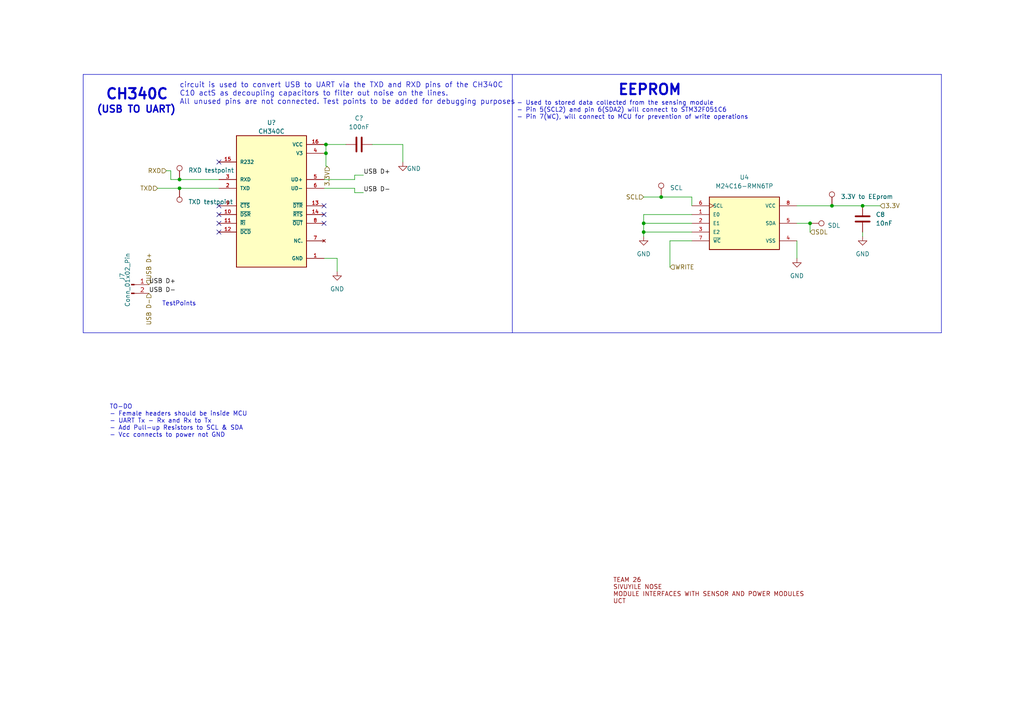
<source format=kicad_sch>
(kicad_sch (version 20230121) (generator eeschema)
  (paper "A4")
  (title_block (title "Microcontroller Interface") (rev "v0.0"))
  (lib_symbols
    (symbol "CH340C:CH340C" (pin_names (offset 1.016))
      (property "Reference" "U" (at -10.16 20.955 0))
      (property "Value" "CH340C" (at -10.16 -20.32 0))
      (symbol "CH340C_0_0"
        (rectangle (start -10.16 -17.78) (end 10.16 20.32) (stroke (width 0.254)) (fill (type background)))
        (pin power_in line (at 15.24 -15.24 180) (length 5.08) (name "GND") (number "1"))
        (pin input line (at -15.24 -2.54 0) (length 5.08) (name "~{DSR}") (number "10"))
        (pin input line (at -15.24 -5.08 0) (length 5.08) (name "~{RI}") (number "11"))
        (pin input line (at -15.24 -7.62 0) (length 5.08) (name "~{DCD}") (number "12"))
        (pin output line (at 15.24 0 180) (length 5.08) (name "~{DTR}") (number "13"))
        (pin output line (at 15.24 -2.54 180) (length 5.08) (name "~{RTS}") (number "14"))
        (pin input line (at -15.24 12.7 0) (length 5.08) (name "R232") (number "15"))
        (pin power_in line (at 15.24 17.78 180) (length 5.08) (name "VCC") (number "16"))
        (pin output line (at -15.24 5.08 0) (length 5.08) (name "TXD") (number "2"))
        (pin input line (at -15.24 7.62 0) (length 5.08) (name "RXD") (number "3"))
        (pin power_in line (at 15.24 15.24 180) (length 5.08) (name "V3") (number "4"))
        (pin bidirectional line (at 15.24 7.62 180) (length 5.08) (name "UD+") (number "5"))
        (pin bidirectional line (at 15.24 5.08 180) (length 5.08) (name "UD-") (number "6"))
        (pin no_connect line (at 15.24 -10.16 180) (length 5.08) (name "NC.") (number "7"))
        (pin output line (at 15.24 -5.08 180) (length 5.08) (name "~{OUT}") (number "8"))
        (pin input line (at -15.24 0 0) (length 5.08) (name "~{CTS}") (number "9"))
      )
    )
    (symbol "Connector:Conn_01x02_Pin" (pin_names (offset 1.016) hide)
      (property "Reference" "J" (at 0 2.54 0))
      (property "Value" "Conn_01x02_Pin" (at 0 -5.08 0))
      (symbol "Conn_01x02_Pin_1_1"
        (polyline (pts (xy 1.27 -2.54) (xy 0.8636 -2.54)) (stroke (width 0.1524)))
        (polyline (pts (xy 1.27 0) (xy 0.8636 0)) (stroke (width 0.1524)))
        (rectangle (start 0.8636 -2.413) (end 0 -2.667) (stroke (width 0.1524)) (fill (type outline)))
        (rectangle (start 0.8636 0.127) (end 0 -0.127) (stroke (width 0.1524)) (fill (type outline)))
        (pin passive line (at 5.08 0 180) (length 3.81) (name "Pin_1") (number "1"))
        (pin passive line (at 5.08 -2.54 180) (length 3.81) (name "Pin_2") (number "2"))
      )
    )
    (symbol "Connector:TestPoint" (pin_numbers hide) (pin_names (offset 0.762) hide)
      (property "Reference" "TP" (at 0 6.858 0))
      (property "Value" "TestPoint" (at 0 5.08 0))
      (symbol "TestPoint_0_1"
        (circle (center 0 3.302) (radius 0.762))
      )
      (symbol "TestPoint_1_1"
        (pin passive line (at 0 0 90) (length 2.54) (name "1") (number "1"))
      )
    )
    (symbol "Device:C" (pin_numbers hide) (pin_names (offset 0.254))
      (property "Reference" "C" (at 0.635 2.54 0))
      (property "Value" "C" (at 0.635 -2.54 0))
      (symbol "C_0_1"
        (polyline (pts (xy -2.032 -0.762) (xy 2.032 -0.762)) (stroke (width 0.508)))
        (polyline (pts (xy -2.032 0.762) (xy 2.032 0.762)) (stroke (width 0.508)))
      )
      (symbol "C_1_1"
        (pin passive line (at 0 3.81 270) (length 2.794) (name "~") (number "1"))
        (pin passive line (at 0 -3.81 90) (length 2.794) (name "~") (number "2"))
      )
    )
    (symbol "M24C16-RMN6TP:M24C16-RMN6TP" (pin_names (offset 1.016))
      (property "Reference" "U" (at -10.1854 8.1534 0))
      (property "Value" "M24C16-RMN6TP" (at -10.16 -10.668 0))
      (symbol "M24C16-RMN6TP_0_0"
        (rectangle (start -10.16 -7.62) (end 10.16 7.62) (stroke (width 0.254)) (fill (type background)))
        (pin input line (at -15.24 2.54 0) (length 5.08) (name "E0") (number "1"))
        (pin input line (at -15.24 0 0) (length 5.08) (name "E1") (number "2"))
        (pin input line (at -15.24 -2.54 0) (length 5.08) (name "E2") (number "3"))
        (pin power_in line (at 15.24 -5.08 180) (length 5.08) (name "VSS") (number "4"))
        (pin bidirectional line (at 15.24 0 180) (length 5.08) (name "SDA") (number "5"))
        (pin input clock (at -15.24 5.08 0) (length 5.08) (name "SCL") (number "6"))
        (pin input line (at -15.24 -5.08 0) (length 5.08) (name "~{WC}") (number "7"))
        (pin power_in line (at 15.24 5.08 180) (length 5.08) (name "VCC") (number "8"))
      )
    )
    (symbol "power:GND" (power) (pin_names (offset 0))
      (property "Value" "GND" (at 0 -3.81 0))
      (symbol "GND_0_1"
        (polyline (pts (xy 0 0) (xy 0 -1.27) (xy 1.27 -1.27) (xy 0 -2.54) (xy -1.27 -1.27) (xy 0 -1.27)))
      )
      (symbol "GND_1_1"
        (pin power_in line (at 0 0 270) (length 0) hide (name "GND") (number "1"))
      )
    )
  )
  (junction (at 191.77 57.15))
  (junction (at 186.69 67.31))
  (junction (at 250.19 59.69))
  (junction (at 234.95 64.77))
  (junction (at 186.69 64.77))
  (junction (at 94.5388 41.91))
  (junction (at 94.5388 44.45))
  (junction (at 52.07 52.07))
  (junction (at 241.3 59.69))
  (junction (at 52.07 54.61))
  (no_connect (at 63.5 67.31))
  (no_connect (at 63.5 46.99))
  (no_connect (at 93.98 64.77))
  (no_connect (at 63.5 59.69))
  (no_connect (at 93.98 62.23))
  (no_connect (at 63.5 64.77))
  (no_connect (at 63.5 62.23))
  (no_connect (at 93.98 59.69))
  (wire (pts (xy 49.53 52.07) (xy 49.53 49.53)))
  (wire (pts (xy 250.19 68.58) (xy 250.19 67.31)))
  (wire (pts (xy 93.98 41.91) (xy 94.5388 41.91)))
  (wire (pts (xy 93.98 52.07) (xy 102.87 52.07)))
  (wire (pts (xy 93.98 74.93) (xy 97.79 74.93)))
  (wire (pts (xy 94.5388 48.2092) (xy 94.8944 48.2092)))
  (wire (pts (xy 52.07 54.61) (xy 63.5 54.61)))
  (wire (pts (xy 94.5388 41.91) (xy 100.33 41.91)))
  (polyline (pts (xy 273.05 96.52) (xy 273.05 21.59)))
  (wire (pts (xy 186.69 57.15) (xy 191.77 57.15)))
  (wire (pts (xy 194.31 69.85) (xy 194.31 77.47)))
  (wire (pts (xy 94.5388 44.45) (xy 94.5388 48.2092)))
  (wire (pts (xy 186.69 64.77) (xy 186.69 67.31)))
  (wire (pts (xy 116.84 41.91) (xy 116.84 46.99)))
  (wire (pts (xy 194.31 69.85) (xy 200.66 69.85)))
  (wire (pts (xy 102.87 50.8) (xy 102.87 52.07)))
  (wire (pts (xy 97.79 74.93) (xy 97.79 78.74)))
  (wire (pts (xy 186.69 64.77) (xy 200.66 64.77)))
  (wire (pts (xy 102.87 55.88) (xy 105.41 55.88)))
  (polyline (pts (xy 273.05 96.52) (xy 24.13 96.52)))
  (wire (pts (xy 234.95 64.77) (xy 234.95 67.31)))
  (wire (pts (xy 186.69 62.23) (xy 186.69 64.77)))
  (wire (pts (xy 186.69 67.31) (xy 200.66 67.31)))
  (wire (pts (xy 45.72 54.61) (xy 52.07 54.61)))
  (polyline (pts (xy 148.59 96.52) (xy 148.59 21.59)))
  (wire (pts (xy 200.66 57.15) (xy 200.66 59.69)))
  (wire (pts (xy 231.14 64.77) (xy 234.95 64.77)))
  (wire (pts (xy 93.98 54.61) (xy 102.87 54.61)))
  (wire (pts (xy 49.53 52.07) (xy 52.07 52.07)))
  (wire (pts (xy 94.5388 41.91) (xy 94.5388 44.45)))
  (wire (pts (xy 241.3 59.69) (xy 250.19 59.69)))
  (wire (pts (xy 191.77 57.15) (xy 200.66 57.15)))
  (wire (pts (xy 231.14 69.85) (xy 231.14 74.93)))
  (wire (pts (xy 48.26 49.53) (xy 49.53 49.53)))
  (wire (pts (xy 107.95 41.91) (xy 116.84 41.91)))
  (wire (pts (xy 93.98 44.45) (xy 94.5388 44.45)))
  (wire (pts (xy 200.66 62.23) (xy 186.69 62.23)))
  (polyline (pts (xy 273.05 21.59) (xy 24.13 21.59)))
  (polyline (pts (xy 24.13 96.52) (xy 24.13 21.59)))
  (wire (pts (xy 52.07 52.07) (xy 63.5 52.07)))
  (wire (pts (xy 250.19 59.69) (xy 255.27 59.69)))
  (wire (pts (xy 186.69 67.31) (xy 186.69 68.58)))
  (wire (pts (xy 94.8944 48.2092) (xy 94.8944 48.26)))
  (wire (pts (xy 102.87 50.8) (xy 105.41 50.8)))
  (wire (pts (xy 231.14 59.69) (xy 241.3 59.69)))
  (wire (pts (xy 102.87 54.61) (xy 102.87 55.88)))
  (text "TO-DO\n- Female headers should be inside MCU\n- UART Tx - Rx and Rx to Tx\n- Add Pull-up Resistors to SCL & SDA\n- Vcc connects to power not GND\n" (at 31.75 127 0) (effects (font (size 1.27 1.27)) (justify left bottom)))
  (text "TEAM 26\nSIVUYILE NOSE\nMODULE INTERFACES WITH SENSOR AND POWER MODULES\nUCT\n" (at 177.8 175.26 0) (effects (font (size 1.27 1.27)) (justify left bottom)))
  (text "circuit is used to convert USB to UART via the TXD and RXD pins of the CH340C\nC10 actS as decoupling capacitors to filter out noise on the lines.\nAll unused pins are not connected. Test points to be added for debugging purposes\n" (at 52.07 30.48 0) (effects (font (size 1.5 1.5)) (justify left bottom)))
  (text "(USB TO UART)" (at 27.94 33.02 0) (effects (font (size 2 2) (thickness 0.4) bold) (justify left bottom)))
  (text "- Used to stored data collected from the sensing module\n- Pin 5(SCL2) and pin 6(SDA2) will connect to STM32F051C6\n- Pin 7(WC), will connect to MCU for prevention of write operations\n\n" (at 149.86 36.83 0) (effects (font (size 1.27 1.27)) (justify left bottom)))
  (text "EEPROM" (at 179.07 27.94 0) (effects (font (size 3 3) (thickness 0.6) bold) (justify left bottom)))
  (text "CH340C" (at 30.48 29.21 0) (effects (font (size 3 3) (thickness 0.6) bold) (justify left bottom)))
  (text "TestPoints\n" (at 46.99 88.9 0) (effects (font (size 1.27 1.27)) (justify left bottom)))
  (label "USB D+" (at 43.18 82.55 0))
  (label "USB D-" (at 43.18 85.09 0))
  (label "USB D+" (at 105.41 50.8 0))
  (label "USB D-" (at 105.41 55.88 0))
  (hierarchical_label "SCL" (shape input) (at 186.69 57.15 180))
  (hierarchical_label "USB D+" (shape input) (at 43.18 82.55 90))
  (hierarchical_label "USB D-" (shape input) (at 43.18 85.09 270))
  (hierarchical_label "SDL" (shape input) (at 234.95 67.31 0))
  (hierarchical_label "WRITE" (shape input) (at 194.31 77.47 0))
  (hierarchical_label "TXD" (shape input) (at 45.72 54.61 180))
  (hierarchical_label "3.3V" (shape input) (at 94.8944 48.26 270))
  (hierarchical_label "RXD" (shape input) (at 48.26 49.53 180))
  (hierarchical_label "3.3V" (shape input) (at 255.27 59.69 0))
  (symbol (lib_id "power:GND") (at 231.14 74.93 0) (unit 1)
    (property "Reference" "#PWR022" (effects hide))
    (property "Value" "GND" (at 231.14 80.01 0))
    (instances (project "Main Schematic" (path "" (reference "#PWR022") (unit 1))) (project "main" (path "" (reference "#PWR?") (unit 1))))
  )
  (symbol (lib_id "power:GND") (at 186.69 68.58 0) (unit 1)
    (property "Reference" "#PWR021" (effects hide))
    (property "Value" "GND" (at 186.69 73.66 0))
    (instances (project "Main Schematic" (path "" (reference "#PWR021") (unit 1))) (project "main" (path "" (reference "#PWR?") (unit 1))))
  )
  (symbol (lib_id "Device:C") (at 104.14 41.91 90) (unit 1)
    (property "Reference" "C?" (at 104.14 34.29 90))
    (property "Value" "100nF" (at 104.14 36.83 90))
    (property "Footprint" "Local_Footprints:C1206" (effects hide))
  )
  (symbol (lib_id "power:GND") (at 116.84 46.99 0) (unit 1)
    (property "Reference" "#PWR?" (effects hide))
    (property "Value" "GND" (at 120.015 48.895 0))
  )
  (symbol (lib_id "Connector:TestPoint") (at 52.07 54.61 180) (unit 1)
    (property "Reference" "TP7" (effects hide))
    (property "Value" "TXD testpoint" (at 54.61 58.547 0) (effects (justify right)))
    (property "Footprint" "TestPoint:TestPoint_Pad_1.0x1.0mm" (effects hide))
    (instances (project "Main Schematic" (path "" (reference "TP7") (unit 1))) (project "main" (path "" (reference "TP?") (unit 1))))
  )
  (symbol (lib_id "Connector:TestPoint") (at 52.07 52.07 0) (unit 1)
    (property "Reference" "TP6" (effects hide))
    (property "Value" "RXD testpoint" (at 54.61 49.403 0) (effects (justify left)))
    (property "Footprint" "TestPoint:TestPoint_Pad_1.0x1.0mm" (effects hide))
    (instances (project "Main Schematic" (path "" (reference "TP6") (unit 1))) (project "main" (path "" (reference "TP?") (unit 1))))
  )
  (symbol (lib_id "Connector:TestPoint") (at 234.95 64.77 270) (unit 1)
    (property "Reference" "TP11" (effects hide))
    (property "Value" "SDL" (at 240.03 65.405 90) (effects (justify left)))
    (property "Footprint" "TestPoint:TestPoint_Pad_1.0x1.0mm" (effects hide))
    (instances (project "Main Schematic" (path "" (reference "TP11") (unit 1))) (project "main" (path "" (reference "TP?") (unit 1))))
  )
  (symbol (lib_id "power:GND") (at 250.19 68.58 0) (unit 1)
    (property "Reference" "#PWR023" (effects hide))
    (property "Value" "GND" (at 250.19 73.66 0))
    (instances (project "Main Schematic" (path "" (reference "#PWR023") (unit 1))) (project "main" (path "" (reference "#PWR?") (unit 1))))
  )
  (symbol (lib_id "Connector:Conn_01x02_Pin") (at 38.1 82.55 0) (unit 1)
    (property "Reference" "J7" (at 35.4584 80.3148 90))
    (property "Value" "Conn_01x02_Pin" (at 36.9824 81.1784 90))
    (property "Footprint" "Connector_PinHeader_2.54mm:PinHeader_1x02_P2.54mm_Vertical" (effects hide))
  )
  (symbol (lib_id "power:GND") (at 97.79 78.74 0) (unit 1)
    (property "Reference" "#PWR?" (effects hide))
    (property "Value" "GND" (at 97.79 83.82 0))
  )
  (symbol (lib_id "Connector:TestPoint") (at 191.77 57.15 0) (unit 1)
    (property "Reference" "TP10" (effects hide))
    (property "Value" "SCL" (at 194.31 54.483 0) (effects (justify left)))
    (property "Footprint" "TestPoint:TestPoint_Pad_1.0x1.0mm" (effects hide))
    (instances (project "Main Schematic" (path "" (reference "TP10") (unit 1))) (project "main" (path "" (reference "TP?") (unit 1))))
  )
  (symbol (lib_id "CH340C:CH340C") (at 78.74 59.69 0) (unit 1)
    (property "Reference" "U?" (at 78.74 35.56 0))
    (property "Value" "CH340C" (at 78.74 38.1 0))
    (property "Footprint" "Local_Footprints:SOP-16_L10.0-W3.9-P1.27-LS6.0-BL" (effects hide))
    (property "MANUFACTURER" "WCH" (effects hide))
    (property "PARTREV" "2G" (effects hide))
    (property "MAXIMUM_PACKAGE_HEIGHT" "1.8 mm" (effects hide))
    (property "STANDARD" "IPC 7351B" (effects hide))
  )
  (symbol (lib_id "Connector:TestPoint") (at 241.3 59.69 0) (unit 1)
    (property "Reference" "TP12" (effects hide))
    (property "Value" "3.3V to EEprom" (at 243.84 57.023 0) (effects (justify left)))
    (property "Footprint" "TestPoint:TestPoint_Pad_1.0x1.0mm" (effects hide))
    (instances (project "Main Schematic" (path "" (reference "TP12") (unit 1))) (project "main" (path "" (reference "TP?") (unit 1))))
  )
  (symbol (lib_id "Device:C") (at 250.19 63.5 0) (unit 1)
    (property "Reference" "C8" (at 254 62.2299 0) (effects (justify left)))
    (property "Value" "10nF" (at 254 64.7699 0) (effects (justify left)))
    (property "Footprint" "Local_Footprints:C1206" (effects hide))
    (instances (project "Main Schematic" (path "" (reference "C8") (unit 1))) (project "main" (path "" (reference "C?") (unit 1))))
  )
  (symbol (lib_id "M24C16-RMN6TP:M24C16-RMN6TP") (at 215.9 64.77 0) (unit 1)
    (property "Reference" "U4" (at 215.9 51.435 0))
    (property "Value" "M24C16-RMN6TP" (at 215.9 53.975 0))
    (property "Footprint" "Local_Footprints:SOIC-8_L5.0-W4.0-P1.27-LS6.0-BL" (effects hide))
    (property "MANUFACTURER" "STMicroelectronics" (effects hide))
    (instances (project "Main Schematic" (path "" (reference "U4") (unit 1))) (project "main" (path "" (reference "U?") (unit 1))))
  )
)
</source>
